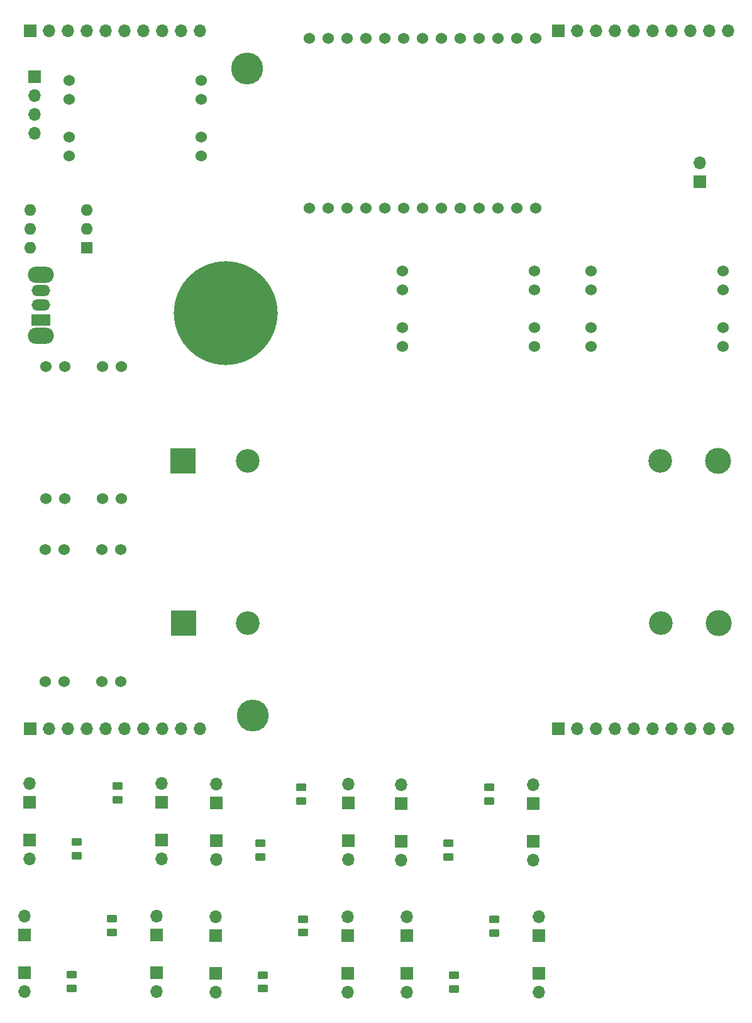
<source format=gbr>
%TF.GenerationSoftware,KiCad,Pcbnew,6.0.7-f9a2dced07~116~ubuntu20.04.1*%
%TF.CreationDate,2022-10-31T15:28:21+01:00*%
%TF.ProjectId,av_citynode_hw,61765f63-6974-4796-9e6f-64655f68772e,rev?*%
%TF.SameCoordinates,Original*%
%TF.FileFunction,Soldermask,Bot*%
%TF.FilePolarity,Negative*%
%FSLAX46Y46*%
G04 Gerber Fmt 4.6, Leading zero omitted, Abs format (unit mm)*
G04 Created by KiCad (PCBNEW 6.0.7-f9a2dced07~116~ubuntu20.04.1) date 2022-10-31 15:28:21*
%MOMM*%
%LPD*%
G01*
G04 APERTURE LIST*
G04 Aperture macros list*
%AMRoundRect*
0 Rectangle with rounded corners*
0 $1 Rounding radius*
0 $2 $3 $4 $5 $6 $7 $8 $9 X,Y pos of 4 corners*
0 Add a 4 corners polygon primitive as box body*
4,1,4,$2,$3,$4,$5,$6,$7,$8,$9,$2,$3,0*
0 Add four circle primitives for the rounded corners*
1,1,$1+$1,$2,$3*
1,1,$1+$1,$4,$5*
1,1,$1+$1,$6,$7*
1,1,$1+$1,$8,$9*
0 Add four rect primitives between the rounded corners*
20,1,$1+$1,$2,$3,$4,$5,0*
20,1,$1+$1,$4,$5,$6,$7,0*
20,1,$1+$1,$6,$7,$8,$9,0*
20,1,$1+$1,$8,$9,$2,$3,0*%
G04 Aperture macros list end*
%ADD10R,1.700000X1.700000*%
%ADD11O,1.700000X1.700000*%
%ADD12C,1.524000*%
%ADD13C,4.300000*%
%ADD14C,14.000000*%
%ADD15R,1.600000X1.600000*%
%ADD16O,1.600000X1.600000*%
%ADD17C,3.200000*%
%ADD18R,3.500000X3.500000*%
%ADD19C,3.500000*%
%ADD20O,3.500000X2.200000*%
%ADD21R,2.500000X1.500000*%
%ADD22O,2.500000X1.500000*%
%ADD23RoundRect,0.250000X0.450000X-0.262500X0.450000X0.262500X-0.450000X0.262500X-0.450000X-0.262500X0*%
%ADD24RoundRect,0.250000X-0.450000X0.262500X-0.450000X-0.262500X0.450000X-0.262500X0.450000X0.262500X0*%
G04 APERTURE END LIST*
D10*
%TO.C,J4*%
X62663000Y226131000D03*
D11*
X62663000Y228671000D03*
%TD*%
D10*
%TO.C,J1*%
X43613000Y246451000D03*
D11*
X46153000Y246451000D03*
X48693000Y246451000D03*
X51233000Y246451000D03*
X53773000Y246451000D03*
X56313000Y246451000D03*
X58853000Y246451000D03*
X61393000Y246451000D03*
X63933000Y246451000D03*
X66473000Y246451000D03*
%TD*%
D12*
%TO.C,U19*%
X-22232000Y239728000D03*
X-22232000Y237188000D03*
X-22232000Y232108000D03*
X-22232000Y229568000D03*
X-4452000Y229568000D03*
X-4452000Y232108000D03*
X-4452000Y237188000D03*
X-4452000Y239728000D03*
%TD*%
D10*
%TO.C,J7*%
X-27507000Y152471000D03*
D11*
X-24967000Y152471000D03*
X-22427000Y152471000D03*
X-19887000Y152471000D03*
X-17347000Y152471000D03*
X-14807000Y152471000D03*
X-12267000Y152471000D03*
X-9727000Y152471000D03*
X-7187000Y152471000D03*
X-4647000Y152471000D03*
%TD*%
D12*
%TO.C,U9*%
X40565000Y245435000D03*
X38025000Y245435000D03*
X35485000Y245435000D03*
X32945000Y245435000D03*
X30405000Y245435000D03*
X27865000Y245435000D03*
X25325000Y245435000D03*
X22785000Y245435000D03*
X20245000Y245435000D03*
X17705000Y245435000D03*
X15165000Y245435000D03*
X12625000Y245435000D03*
X10085000Y245435000D03*
X10085000Y222575000D03*
X12625000Y222575000D03*
X15165000Y222575000D03*
X17705000Y222575000D03*
X20245000Y222575000D03*
X22785000Y222575000D03*
X25325000Y222575000D03*
X27865000Y222575000D03*
X30405000Y222575000D03*
X32945000Y222575000D03*
X35485000Y222575000D03*
X38025000Y222575000D03*
X40565000Y222575000D03*
%TD*%
D10*
%TO.C,J2*%
X-27507000Y246451000D03*
D11*
X-24967000Y246451000D03*
X-22427000Y246451000D03*
X-19887000Y246451000D03*
X-17347000Y246451000D03*
X-14807000Y246451000D03*
X-12267000Y246451000D03*
X-9727000Y246451000D03*
X-7187000Y246451000D03*
X-4647000Y246451000D03*
%TD*%
D13*
%TO.C,H3*%
X1703000Y241371000D03*
%TD*%
%TO.C,H4*%
X2465000Y154249000D03*
%TD*%
D14*
%TO.C,H7*%
X-1141800Y208452600D03*
%TD*%
D12*
%TO.C,U20*%
X-15247000Y176601000D03*
X-17787000Y176601000D03*
X-22867000Y176601000D03*
X-25407000Y176601000D03*
X-25407000Y158821000D03*
X-22867000Y158821000D03*
X-17787000Y158821000D03*
X-15247000Y158821000D03*
%TD*%
D15*
%TO.C,SW1*%
X-19897000Y217241000D03*
D16*
X-19897000Y219781000D03*
X-19897000Y222321000D03*
X-27517000Y222321000D03*
X-27517000Y219781000D03*
X-27517000Y217241000D03*
%TD*%
D17*
%TO.C,BT1*%
X57390000Y188539000D03*
X1780000Y188539000D03*
D18*
X-6865000Y188539000D03*
D19*
X65135000Y188539000D03*
%TD*%
D17*
%TO.C,BT2*%
X1848000Y166695000D03*
X57458000Y166695000D03*
D18*
X-6797000Y166695000D03*
D19*
X65203000Y166695000D03*
%TD*%
D10*
%TO.C,J6*%
X43613000Y152471000D03*
D11*
X46153000Y152471000D03*
X48693000Y152471000D03*
X51233000Y152471000D03*
X53773000Y152471000D03*
X56313000Y152471000D03*
X58853000Y152471000D03*
X61393000Y152471000D03*
X63933000Y152471000D03*
X66473000Y152471000D03*
%TD*%
D20*
%TO.C,SW2*%
X-25998500Y205394000D03*
X-25998500Y213594000D03*
D21*
X-25998500Y207494000D03*
D22*
X-25998500Y209494000D03*
X-25998500Y211494000D03*
%TD*%
D12*
%TO.C,U3*%
X48058000Y214066000D03*
X48058000Y211526000D03*
X48058000Y206446000D03*
X48058000Y203906000D03*
X65838000Y203906000D03*
X65838000Y206446000D03*
X65838000Y211526000D03*
X65838000Y214066000D03*
%TD*%
%TO.C,U2*%
X22658000Y214066000D03*
X22658000Y211526000D03*
X22658000Y206446000D03*
X22658000Y203906000D03*
X40438000Y203906000D03*
X40438000Y206446000D03*
X40438000Y211526000D03*
X40438000Y214066000D03*
%TD*%
%TO.C,U1*%
X-15239000Y201239000D03*
X-17779000Y201239000D03*
X-22859000Y201239000D03*
X-25399000Y201239000D03*
X-25399000Y183459000D03*
X-22859000Y183459000D03*
X-17779000Y183459000D03*
X-15239000Y183459000D03*
%TD*%
D10*
%TO.C,J25*%
X-26872000Y240228000D03*
D11*
X-26872000Y237688000D03*
X-26872000Y235148000D03*
X-26872000Y232608000D03*
%TD*%
D10*
%TO.C,J3*%
X-2433000Y142487000D03*
D11*
X-2433000Y145027000D03*
%TD*%
D10*
%TO.C,J4*%
X40998000Y124579000D03*
D11*
X40998000Y127119000D03*
%TD*%
D10*
%TO.C,J4*%
X-10502000Y124679000D03*
D11*
X-10502000Y127219000D03*
%TD*%
D10*
%TO.C,J1*%
X-27562000Y137431000D03*
D11*
X-27562000Y134891000D03*
%TD*%
D23*
%TO.C,R1*%
X-21932000Y117520000D03*
X-21932000Y119345000D03*
%TD*%
%TO.C,R1*%
X28837000Y135216000D03*
X28837000Y137041000D03*
%TD*%
%TO.C,R1*%
X3819000Y117444000D03*
X3819000Y119269000D03*
%TD*%
D10*
%TO.C,J3*%
X-9782000Y137431000D03*
D11*
X-9782000Y134891000D03*
%TD*%
D10*
%TO.C,J2*%
X-28282000Y124679000D03*
D11*
X-28282000Y127219000D03*
%TD*%
D24*
%TO.C,R3*%
X3536000Y137026000D03*
X3536000Y135201000D03*
%TD*%
D10*
%TO.C,J3*%
X-10502000Y119599000D03*
D11*
X-10502000Y117059000D03*
%TD*%
D23*
%TO.C,R3*%
X9280000Y124984000D03*
X9280000Y126809000D03*
%TD*%
D24*
%TO.C,R1*%
X8997000Y144566000D03*
X8997000Y142741000D03*
%TD*%
D10*
%TO.C,J4*%
X-2433000Y137407000D03*
D11*
X-2433000Y134867000D03*
%TD*%
D10*
%TO.C,J3*%
X15249000Y119523000D03*
D11*
X15249000Y116983000D03*
%TD*%
D10*
%TO.C,J4*%
X-9782000Y142511000D03*
D11*
X-9782000Y145051000D03*
%TD*%
D10*
%TO.C,J2*%
X15347000Y137407000D03*
D11*
X15347000Y134867000D03*
%TD*%
D10*
%TO.C,J1*%
X22487000Y137295000D03*
D11*
X22487000Y134755000D03*
%TD*%
D10*
%TO.C,J2*%
X-2531000Y124603000D03*
D11*
X-2531000Y127143000D03*
%TD*%
D10*
%TO.C,J1*%
X23218000Y119499000D03*
D11*
X23218000Y116959000D03*
%TD*%
D10*
%TO.C,J2*%
X-27562000Y142511000D03*
D11*
X-27562000Y145051000D03*
%TD*%
D10*
%TO.C,J1*%
X-2531000Y119523000D03*
D11*
X-2531000Y116983000D03*
%TD*%
D10*
%TO.C,J4*%
X15249000Y124603000D03*
D11*
X15249000Y127143000D03*
%TD*%
D23*
%TO.C,R3*%
X-15751000Y142892000D03*
X-15751000Y144717000D03*
%TD*%
D10*
%TO.C,J2*%
X22487000Y142375000D03*
D11*
X22487000Y144915000D03*
%TD*%
D23*
%TO.C,R3*%
X34298000Y142756000D03*
X34298000Y144581000D03*
%TD*%
D10*
%TO.C,J4*%
X40267000Y142375000D03*
D11*
X40267000Y144915000D03*
%TD*%
D10*
%TO.C,J3*%
X40998000Y119499000D03*
D11*
X40998000Y116959000D03*
%TD*%
D10*
%TO.C,J2*%
X23218000Y124579000D03*
D11*
X23218000Y127119000D03*
%TD*%
D23*
%TO.C,R3*%
X35029000Y124960000D03*
X35029000Y126785000D03*
%TD*%
D10*
%TO.C,J3*%
X40267000Y137295000D03*
D11*
X40267000Y134755000D03*
%TD*%
D10*
%TO.C,J1*%
X-28282000Y119599000D03*
D11*
X-28282000Y117059000D03*
%TD*%
D23*
%TO.C,R3*%
X-16471000Y125060000D03*
X-16471000Y126885000D03*
%TD*%
D10*
%TO.C,J1*%
X15347000Y142487000D03*
D11*
X15347000Y145027000D03*
%TD*%
D23*
%TO.C,R1*%
X29568000Y117420000D03*
X29568000Y119245000D03*
%TD*%
%TO.C,R1*%
X-21212000Y135352000D03*
X-21212000Y137177000D03*
%TD*%
M02*

</source>
